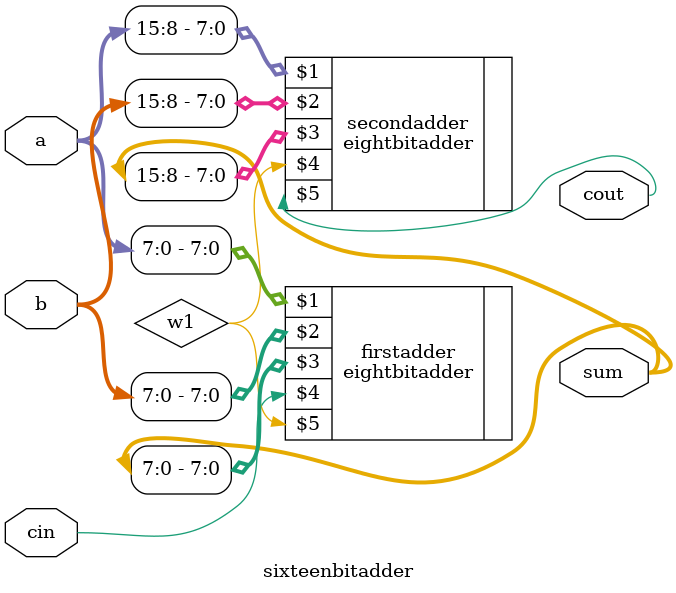
<source format=v>
module sixteenbitadder(a,b,sum, cin, cout);
	input [15:0] a, b;
	input cin;
	output [15:0] sum;
	output cout;
	wire w1;
	
	eightbitadder firstadder(a[7:0], b[7:0], sum[7:0],cin,  w1);
	eightbitadder secondadder(a[15:8], b[15:8],sum[15:8], w1,  cout );
	
	
	

endmodule

</source>
